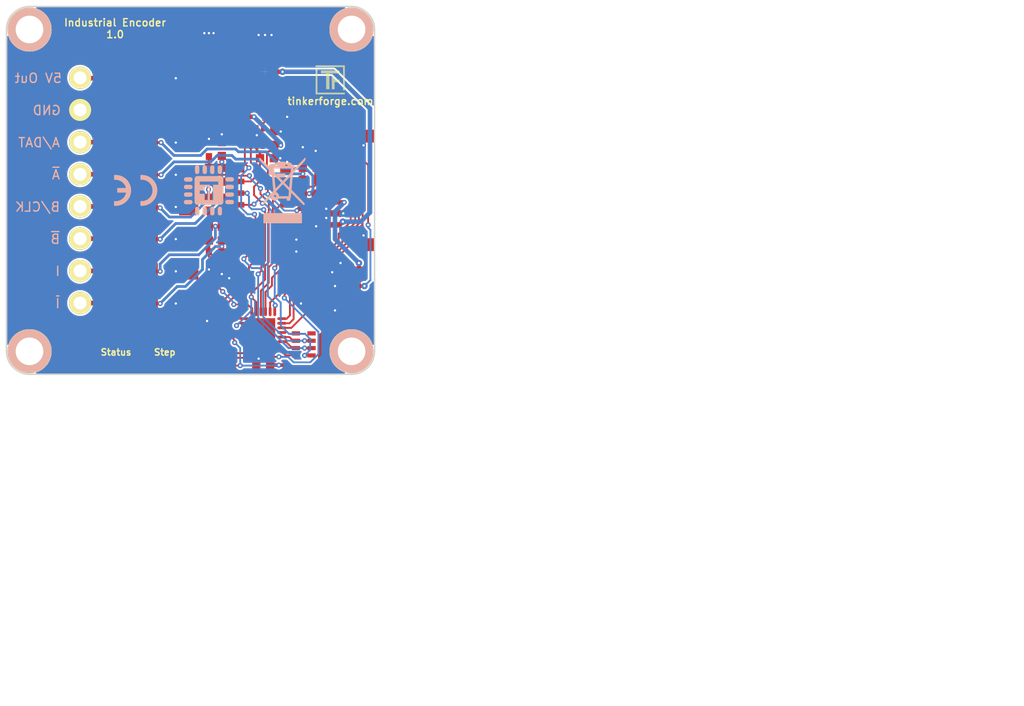
<source format=kicad_pcb>
(kicad_pcb (version 20221018) (generator pcbnew)
  (title_block (title "Industrial Encoder Bricklet") (date "2017-02-13") (rev "1.0") (company "Tinkerforge GmbH") (comment 1 "Licensed under CERN OHL v.1.1") (comment 2 "Copyright (©) 2017, B.Nordmeyer <bastian@tinkerforge.com>"))
  (layers (0 "F.Cu" signal) (31 "B.Cu" signal) (34 "B.Paste" user) (35 "F.Paste" user) (36 "B.SilkS" user "B.Silkscreen") (37 "F.SilkS" user "F.Silkscreen") (38 "B.Mask" user) (39 "F.Mask" user) (44 "Edge.Cuts" user))
  (net 0 "")
  (net 1 "GND")
  (net 2 "VCC")
  (net 3 "S-MOSI")
  (net 4 "S-CLK")
  (net 5 "S-CS")
  (net 6 "Net-(C1-Pad2)")
  (net 7 "+5VA")
  (net 8 "+5V")
  (net 9 "Net-(D1-Pad2)")
  (net 10 "Net-(D2-Pad2)")
  (net 11 "A/DAT")
  (net 12 "~{A}")
  (net 13 "B/CLK")
  (net 14 "~{B}")
  (net 15 "I")
  (net 16 "~{I}")
  (net 17 "Net-(P2-Pad2)")
  (net 18 "Net-(P3-Pad3)")
  (net 19 "Net-(P3-Pad4)")
  (net 20 "Net-(P3-Pad1)")
  (net 21 "Net-(P3-Pad5)")
  (net 22 "Net-(P3-Pad6)")
  (net 23 "Net-(P3-Pad7)")
  (net 24 "Net-(P3-Pad8)")
  (net 25 "Net-(R3-Pad1)")
  (net 26 "EN-DIFF")
  (net 27 "S-MISO")
  (net 28 "B-CLK")
  (net 29 "B-CLK-EN")
  (net 30 "A-T")
  (net 31 "B-T")
  (net 32 "I-T")
  (net 33 "B-D")
  (net 34 "I-D")
  (net 35 "A-D")
  (net 36 "Net-(RP3-Pad2)")
  (net 37 "Net-(RP3-Pad3)")
  (net 38 "Net-(RP3-Pad4)")
  (net 39 "Net-(RP2-Pad8)")
  (net 40 "Net-(D5-Pad2)")
  (net 41 "Net-(P1-Pad4)")
  (net 42 "Net-(P1-Pad5)")
  (net 43 "Net-(P1-Pad6)")
  (net 44 "Net-(RP2-Pad5)")
  (footprint "kicad-libraries:D0603E" (layer "F.Cu") (at 178.3 122.2)
    (fp_text reference "D1")
    (fp_text value "LED blue")
  )
  (footprint "kicad-libraries:D0603E" (layer "F.Cu") (at 183.6 122.2)
    (fp_text reference "D2")
    (fp_text value "LED green")
  )
  (footprint "kicad-libraries:CON-SENSOR2" (layer "F.Cu") (at 206.4 105.9 90)
    (fp_text reference "P1")
    (fp_text value "CON-SENSOR")
  )
  (footprint "kicad-libraries:SolderJumper" (layer "F.Cu") (at 201.1 118.95 180)
    (fp_text reference "P2")
    (fp_text value "Boot")
  )
  (footprint "kicad-libraries:0603X4" (layer "F.Cu") (at 198.7 122.65 90)
    (fp_text reference "RP3")
    (fp_text value "1k")
  )
  (footprint "kicad-libraries:QFN24-4x4mm-0.5mm" (layer "F.Cu") (at 194.3 121.1)
    (fp_text reference "U1")
    (fp_text value "XMC1XXX24")
  )
  (footprint "kicad-libraries:DRILL_NP" (layer "F.Cu") (at 203.9 88.4)
    (fp_text reference "U4" hide)
    (fp_text value "DRILL" hide)
  )
  (footprint "kicad-libraries:DRILL_NP" (layer "F.Cu") (at 203.9 123.4)
    (fp_text reference "U5" hide)
    (fp_text value "DRILL" hide)
  )
  (footprint "kicad-libraries:DRILL_NP" (layer "F.Cu") (at 168.9 123.4)
    (fp_text reference "U6" hide)
    (fp_text value "DRILL" hide)
  )
  (footprint "kicad-libraries:DRILL_NP" (layer "F.Cu") (at 168.9 88.4)
    (fp_text reference "U7" hide)
    (fp_text value "DRILL" hide)
  )
  (footprint "kicad-libraries:WE-LQ-1210" (layer "F.Cu") (at 191.15 91.65 90)
    (fp_text reference "L1")
    (fp_text value "6.8uH")
  )
  (footprint "kicad-libraries:Logo_31x31" (layer "F.Cu") (at 200 92.3)
    (fp_text reference "G***" hide)
    (fp_text value "Logo_31x31" hide)
  )
  (footprint "kicad-libraries:Fiducial_Mark" (layer "F.Cu") (at 173.4 89.4)
    (fp_text reference "Fiducial_Mark" hide)
    (fp_text value "VAL**" hide)
  )
  (footprint "kicad-libraries:Fiducial_Mark" (layer "F.Cu") (at 199.4 87.9)
    (fp_text reference "Fiducial_Mark" hide)
    (fp_text value "VAL**" hide)
  )
  (footprint "kicad-libraries:Fiducial_Mark" (layer "F.Cu") (at 173.4 123.9)
    (fp_text reference "Fiducial_Mark" hide)
    (fp_text value "VAL**" hide)
  )
  (footprint "kicad-libraries:0603X4" (layer "F.Cu") (at 187.9 122.5 90)
    (fp_text reference "RP2")
    (fp_text value "1k")
  )
  (footprint "kicad-libraries:C0402E" (layer "F.Cu") (at 199.3 117.3 45)
    (fp_text reference "C1")
    (fp_text value "TBD")
  )
  (footprint "kicad-libraries:C0805" (layer "F.Cu") (at 203.7 114.8)
    (fp_text reference "C2")
    (fp_text value "10uF")
  )
  (footprint "kicad-libraries:C0603F" (layer "F.Cu") (at 203.7 116.3)
    (fp_text reference "C4")
    (fp_text value "1uF")
  )
  (footprint "kicad-libraries:C0603F" (layer "F.Cu") (at 195.5 100.2 90)
    (fp_text reference "C5")
    (fp_text value "100nF")
  )
  (footprint "3528-21" (layer "F.Cu") (at 194.5 91.6 90)
    (fp_text reference "C7")
    (fp_text value "100µF")
  )
  (footprint "kicad-libraries:C0805" (layer "F.Cu") (at 188.4 90.5 -90)
    (fp_text reference "C8")
    (fp_text value "10µF")
  )
  (footprint "SOD-323" (layer "F.Cu") (at 200 102.2 -90)
    (fp_text reference "D3")
    (fp_text value "ESD3V3D3B-TP")
  )
  (footprint "SOD-323" (layer "F.Cu") (at 188.4 100.9 -90)
    (fp_text reference "D4")
    (fp_text value "ESD3V3D3B-TP")
  )
  (footprint "SOD-128" (layer "F.Cu") (at 184 90.2)
    (fp_text reference "D5")
    (fp_text value "PMEG6050")
  )
  (footprint "DO-214AC" (layer "F.Cu") (at 184 93.7)
    (fp_text reference "D6")
    (fp_text value "SMAJ5.0CA")
  )
  (footprint "DO-214AC" (layer "F.Cu") (at 184 100.7)
    (fp_text reference "D7")
    (fp_text value "SMAJ5.0CA")
  )
  (footprint "DO-214AC" (layer "F.Cu") (at 184 104.3)
    (fp_text reference "D8")
    (fp_text value "SMAJ5.0CA")
  )
  (footprint "DO-214AC" (layer "F.Cu") (at 184 107.7)
    (fp_text reference "D9")
    (fp_text value "SMAJ5.0CA")
  )
  (footprint "DO-214AC" (layer "F.Cu") (at 184 111.2)
    (fp_text reference "D10")
    (fp_text value "SMAJ5.0CA")
  )
  (footprint "SOD-323" (layer "F.Cu") (at 188.4 113.9 90)
    (fp_text reference "D11")
    (fp_text value "ESD3V3D3B-TP")
  )
  (footprint "DO-214AC" (layer "F.Cu") (at 184 114.7)
    (fp_text reference "D12")
    (fp_text value "SMAJ5.0CA")
  )
  (footprint "DO-214AC" (layer "F.Cu") (at 184 118.2)
    (fp_text reference "D13")
    (fp_text value "SMAJ5.0CA")
  )
  (footprint "kicad-libraries:OQ_8P" (layer "F.Cu") (at 174.4 105.9 -90)
    (fp_text reference "P3")
    (fp_text value "CONN_8")
  )
  (footprint "R0603F" (layer "F.Cu") (at 189.65 120.1)
    (fp_text reference "R1")
    (fp_text value "1k")
  )
  (footprint "R0603F" (layer "F.Cu") (at 194.7 102.4 180)
    (fp_text reference "R2")
    (fp_text value "1k")
  )
  (footprint "R0603F" (layer "F.Cu") (at 195.4 96.5)
    (fp_text reference "R3")
    (fp_text value "1k")
  )
  (footprint "R0603F" (layer "F.Cu") (at 195.4 97.9 180)
    (fp_text reference "R4")
    (fp_text value "1k")
  )
  (footprint "R0603F" (layer "F.Cu") (at 199.3 109.1 180)
    (fp_text reference "R5")
    (fp_text value "1k")
  )
  (footprint "R0603F" (layer "F.Cu") (at 188.4 104.2 -90)
    (fp_text reference "R7")
    (fp_text value "100")
  )
  (footprint "R0603F" (layer "F.Cu") (at 199.3 107.7 180)
    (fp_text reference "R8")
    (fp_text value "1k")
  )
  (footprint "R0603F" (layer "F.Cu") (at 198.6 105.5 -90)
    (fp_text reference "R9")
    (fp_text value "150")
  )
  (footprint "R0603F" (layer "F.Cu") (at 198.6 102.7 -90)
    (fp_text reference "R10")
    (fp_text value "1k")
  )
  (footprint "R0603F" (layer "F.Cu") (at 189.1 106.7)
    (fp_text reference "R11")
    (fp_text value "1k")
  )
  (footprint "R0603F" (layer "F.Cu") (at 189.8 104.2 -90)
    (fp_text reference "R12")
    (fp_text value "150")
  )
  (footprint "R0603F" (layer "F.Cu") (at 189.8 101.4 -90)
    (fp_text reference "R13")
    (fp_text value "1k")
  )
  (footprint "R1206" (layer "F.Cu") (at 178.1 93.7)
    (fp_text reference "R14")
    (fp_text value "10")
  )
  (footprint "R0603F" (layer "F.Cu") (at 188.4 110.6 90)
    (fp_text reference "R15")
    (fp_text value "100")
  )
  (footprint "R1206" (layer "F.Cu") (at 178.1 100.7)
    (fp_text reference "R16")
    (fp_text value "10")
  )
  (footprint "R1206" (layer "F.Cu") (at 178.1 104.2)
    (fp_text reference "R17")
    (fp_text value "10")
  )
  (footprint "R1206" (layer "F.Cu") (at 178.1 107.7)
    (fp_text reference "R18")
    (fp_text value "10")
  )
  (footprint "R1206" (layer "F.Cu") (at 178.1 111.2)
    (fp_text reference "R19")
    (fp_text value "10")
  )
  (footprint "R1206" (layer "F.Cu") (at 178.1 114.7)
    (fp_text reference "R20")
    (fp_text value "10")
  )
  (footprint "R1206" (layer "F.Cu") (at 178.1 118.2)
    (fp_text reference "R21")
    (fp_text value "10")
  )
  (footprint "R0603F" (layer "F.Cu") (at 189.1 108.1)
    (fp_text reference "R22")
    (fp_text value "1k")
  )
  (footprint "R0603F" (layer "F.Cu") (at 189.8 110.6 90)
    (fp_text reference "R23")
    (fp_text value "150")
  )
  (footprint "R0603F" (layer "F.Cu") (at 189.8 113.4 90)
    (fp_text reference "R24")
    (fp_text value "1k")
  )
  (footprint "SOIC16" (layer "F.Cu") (at 194.2 108.1 90)
    (fp_text reference "U3")
    (fp_text value "ISL32173E")
  )
  (footprint "kicad-libraries:C0603F" (layer "F.Cu") (at 191.3 114.7 -90)
    (fp_text reference "C6")
    (fp_text value "100nF")
  )
  (footprint "kicad-libraries:C0603F" (layer "F.Cu") (at 194.3 125)
    (fp_text reference "C3")
    (fp_text value "100nF")
  )
  (footprint "kicad-libraries:4X0402" (layer "F.Cu") (at 198.1 116.1 -45)
    (fp_text reference "RP1")
    (fp_text value "TBD")
  )
  (footprint "R0603F" (layer "F.Cu") (at 200 105.5 -90)
    (fp_text reference "R6")
    (fp_text value "100")
  )
  (footprint "kicad-libraries:SC70-6" (layer "F.Cu") (at 193.6 100.1 180)
    (fp_text reference "U2")
    (fp_text value "OPA358")
  )
  (footprint "kicad-libraries:CE_5mm" (layer "B.Cu") (at 180.4 105.9 180)
    (fp_text reference "VAL" hide)
    (fp_text value "CE_5mm" hide)
  )
  (footprint "kicad-libraries:WEEE_7mm" (layer "B.Cu") (at 196.4 105.9 180)
    (fp_text reference "G***" hide)
    (fp_text value "LOGO" hide)
  )
  (footprint "kicad-libraries:Logo_CoMCU" (layer "B.Cu") (at 188.4 105.9 180)
    (fp_text reference "G***" hide)
    (fp_text value "LOGO" hide)
  )
  (gr_line (start 166.4 88.4) (end 166.4 123.4) (stroke (width 0.15)) (layer "Edge.Cuts"))
  (gr_arc (start 166.4 88.4) (mid 167.132233 86.632233) (end 168.9 85.9) (stroke (width 0.15)) (layer "Edge.Cuts"))
  (gr_arc (start 206.4 123.4) (mid 205.667767 125.167767) (end 203.9 125.9) (stroke (width 0.15)) (layer "Edge.Cuts"))
  (gr_line (start 206.4 123.4) (end 206.4 88.4) (stroke (width 0.15)) (layer "Edge.Cuts"))
  (gr_arc (start 168.9 125.9) (mid 167.132233 125.167767) (end 166.4 123.4) (stroke (width 0.15)) (layer "Edge.Cuts"))
  (gr_line (start 168.9 125.9) (end 203.9 125.9) (stroke (width 0.15)) (layer "Edge.Cuts"))
  (gr_arc (start 203.9 85.9) (mid 205.667767 86.632233) (end 206.4 88.4) (stroke (width 0.15)) (layer "Edge.Cuts"))
  (gr_line (start 203.9 85.9) (end 168.9 85.9) (stroke (width 0.15)) (layer "Edge.Cuts"))
  (gr_text "5V Out" (at 172.5 93.7) (layer "B.SilkS") (effects (font (size 1 1)) (justify left mirror)))
  (gr_text "A/DAT" (at 172.3 100.7) (layer "B.SilkS") (effects (font (size 1 1)) (justify left mirror)))
  (gr_text "B/CLK" (at 172.3 107.7) (layer "B.SilkS") (effects (font (size 1 1)) (justify left mirror)))
  (gr_text "~{B}" (at 172.3 111.2) (layer "B.SilkS") (effects (font (size 1 1)) (justify left mirror)))
  (gr_text "~{I}" (at 172.3 118.2) (layer "B.SilkS") (effects (font (size 1 1)) (justify left mirror)))
  (gr_text "~{A}" (at 172.3 104.2) (layer "B.SilkS") (effects (font (size 1 1)) (justify left mirror)))
  (gr_text "I" (at 172.3 114.7) (layer "B.SilkS") (effects (font (size 1 1)) (justify left mirror)))
  (gr_text "GND" (at 172.4 97.2) (layer "B.SilkS") (effects (font (size 1 1)) (justify left mirror)))
  (gr_text "tinkerforge.com" (at 201.6 96.2) (layer "F.SilkS") (effects (font (size 0.8 0.8))))
  (gr_text "Step" (at 183.6 123.5) (layer "F.SilkS") (effects (font (size 0.7 0.7))))
  (gr_text "Status" (at 178.3 123.5) (layer "F.SilkS") (effects (font (size 0.7 0.7))))
  (gr_text "Industrial Encoder\n1.0" (at 178.2 88.3) (layer "F.SilkS") (effects (font (size 0.8 0.8))))
  (segment (start 193.542284 124.921678) (end 193.542283 125.161626) (width 0.25) (layer "F.Cu") (net 1))
  (segment (start 196.89748 102.80252) (end 196.9 102.8) (width 0.5) (layer "F.Cu") (net 1))
  (segment (start 196.15 99.45) (end 196.2 99.5) (width 0.4) (layer "F.Cu") (net 1))
  (segment (start 194.50048 90.19952) (end 195.2 89.5) (width 0.7) (layer "F.Cu") (net 1))
  (segment (start 195.2 89.5) (end 195.2 89) (width 0.7) (layer "F.Cu") (net 1))
  (segment (start 194.5 90.1) (end 193.8 89.4) (width 0.7) (layer "F.Cu") (net 1))
  (segment (start 193.8 89.4) (end 193.8 89) (width 0.7) (layer "F.Cu") (net 1))
  (segment (start 188.4 89.4) (end 188.9 88.9) (width 0.5) (layer "F.Cu") (net 1))
  (segment (start 188.9 88.9) (end 188.9 88.8) (width 0.5) (layer "F.Cu") (net 1))
  (segment (start 188.4 89.4) (end 187.9 88.9) (width 0.5) (layer "F.Cu") (net 1))
  (segment (start 187.9 88.9) (end 187.9 88.8) (width 0.5) (layer "F.Cu") (net 1))
  (segment (start 201.65 108.4) (end 201.15 107.9) (width 0.5) (layer "F.Cu") (net 1))
  (segment (start 201.65 108.4) (end 201.15 108.9) (width 0.5) (layer "F.Cu") (net 1))
  (segment (start 201.55 118.4) (end 201.6 118.45) (width 0.2) (layer "F.Cu") (net 1))
  (segment (start 201.6 118.45) (end 201.6 118.9) (width 0.2) (layer "F.Cu") (net 1))
  (segment (start 201.6 118.9) (end 201.6 118.95) (width 0.2) (layer "F.Cu") (net 1))
  (segment (start 201.45 119.5) (end 201.6 119.35) (width 0.2) (layer "F.Cu") (net 1))
  (segment (start 201.6 119.35) (end 201.6 118.95) (width 0.2) (layer "F.Cu") (net 1))
  (segment (start 197.87754 111.27246) (end 197.9 111.25) (width 0.5) (layer "F.Cu") (net 1))
  (segment (start 197.89246 112.54246) (end 197.9 112.55) (width 0.5) (layer "F.Cu") (net 1))
  (segment (start 194.05 122.15) (end 193.65 121.75) (width 0.25) (layer "F.Cu") (net 1))
  (segment (start 194.05 123.95) (end 193.8 124.2) (width 0.2) (layer "F.Cu") (net 1))
  (segment (start 193.55 124.45) (end 193.55 125) (width 0.2) (layer "F.Cu") (net 1))
  (segment (start 193.8 124.2) (end 193.55 124.45) (width 0.2) (layer "F.Cu") (net 1))
  (segment (start 202.7 114.79924) (end 202.7 113.8) (width 0.5) (layer "F.Cu") (net 1))
  (segment (start 186.19964 100.7) (end 184.8 100.7) (width 0.7) (layer "F.Cu") (net 1))
  (segment (start 186.19964 118.2) (end 184.8 118.2) (width 0.7) (layer "F.Cu") (net 1))
  (segment (start 194.942283 120.976092) (end 193.642283 120.976093) (width 0.2) (layer "F.Cu") (net 1))
  (segment (start 198.840381 117.759619) (end 198.4 118.2) (width 0.4) (layer "F.Cu") (net 1))
  (segment (start 194.05 123.125) (end 194.05 122.15) (width 0.25) (layer "F.Cu") (net 1))
  (segment (start 186.19964 104.2) (end 184.8 104.2) (width 0.7) (layer "F.Cu") (net 1))
  (segment (start 186.19964 107.7) (end 184.8 107.7) (width 0.7) (layer "F.Cu") (net 1))
  (segment (start 200 100.8792) (end 200 101.6) (width 0.5) (layer "F.Cu") (net 1))
  (segment (start 196.15 97.9) (end 196.9 97.9) (width 0.4) (layer "F.Cu") (net 1))
  (segment (start 195.5 99.45) (end 196.15 99.45) (width 0.4) (layer "F.Cu") (net 1))
  (segment (start 205.2 111.8) (end 205.2 110.8) (width 0.4) (layer "F.Cu") (net 1))
  (segment (start 201.325 119.5) (end 201.45 119.5) (width 0.2) (layer "F.Cu") (net 1))
  (segment (start 188.9 120.1) (end 188.2 120.1) (width 0.5) (layer "F.Cu") (net 1))
  (segment (start 193.642284 122.276095) (end 194.942284 122.276094) (width 0.2) (layer "F.Cu") (net 1))
  (segment (start 200.05 109.1) (end 200.05 109.8) (width 0.5) (layer "F.Cu") (net 1))
  (segment (start 191.3 115.45) (end 190.6 115.45) (width 0.5) (layer "F.Cu") (net 1))
  (segment (start 186.19964 93.7) (end 184.8 93.7) (width 0.7) (layer "F.Cu") (net 1))
  (segment (start 201.6 118.95) (end 202.1 118.95) (width 0.3) (layer "F.Cu") (net 1))
  (segment (start 188.4 89.49924) (end 188.4 88.8) (width 0.5) (layer "F.Cu") (net 1))
  (segment (start 202.69924 114.8) (end 202.7 114.79924) (width 0.5) (layer "F.Cu") (net 1))
  (segment (start 188.4 99.5792) (end 188.4 100.3) (width 0.7) (layer "F.Cu") (net 1))
  (segment (start 201.325 118.4) (end 201.55 118.4) (width 0.2) (layer "F.Cu") (net 1))
  (segment (start 193.6 99.15) (end 193.6 99.9) (width 0.25) (layer "F.Cu") (net 1))
  (segment (start 196.89748 103.65754) (end 196.89748 102.80252) (width 0.5) (layer "F.Cu") (net 1))
  (segment (start 201.8 108.4) (end 203 108.4) (width 0.7) (layer "F.Cu") (net 1))
  (segment (start 200.05 109.1) (end 200.3 109.1) (width 0.25) (layer "F.Cu") (net 1))
  (segment (start 188.4 89.49924) (end 188.4 89.4) (width 0.5) (layer "F.Cu") (net 1))
  (segment (start 201.8 108.4) (end 201.65 108.4) (width 0.5) (layer "F.Cu") (net 1))
  (segment (start 202.69924 114.8) (end 201.8 114.8) (width 0.5) (layer "F.Cu") (net 1))
  (segment (start 186.19964 111.2) (end 184.8 111.2) (width 0.7) (layer "F.Cu") (net 1))
  (segment (start 195.45 102.4) (end 196.15 102.4) (width 0.5) (layer "F.Cu") (net 1))
  (segment (start 189.8 100.65) (end 189.8 99.8) (width 0.7) (layer "F.Cu") (net 1))
  (segment (start 205.2 100) (end 205.2 101) (width 0.4) (layer "F.Cu") (net 1))
  (segment (start 194.5 90.19952) (end 194.5 89) (width 0.7) (layer "F.Cu") (net 1))
  (segment (start 189.8 114.15) (end 189.8 115) (width 0.7) (layer "F.Cu") (net 1))
  (segment (start 193.542283 125.161626) (end 193.514467 125.189445) (width 0.25) (layer "F.Cu") (net 1))
  (segment (start 196.89748 112.54246) (end 197.89246 112.54246) (width 0.5) (layer "F.Cu") (net 1))
  (segment (start 194.05 123.125) (end 194.05 123.95) (width 0.2) (layer "F.Cu") (net 1))
  (segment (start 194.5 90.19952) (end 194.5 90.1) (width 0.7) (layer "F.Cu") (net 1))
  (segment (start 202.95 116.3) (end 202.1 116.3) (width 0.5) (layer "F.Cu") (net 1))
  (segment (start 186.19964 114.7) (end 184.8 114.7) (width 0.7) (layer "F.Cu") (net 1))
  (segment (start 194.5 90.19952) (end 194.50048 90.19952) (width 0.7) (layer "F.Cu") (net 1))
  (segment (start 193.642283 120.976093) (end 193.642284 122.276095) (width 0.2) (layer "F.Cu") (net 1))
  (segment (start 196.89748 111.27246) (end 197.87754 111.27246) (width 0.5) (layer "F.Cu") (net 1))
  (segment (start 198.6 101.95) (end 198.6 101.2) (width 0.5) (layer "F.Cu") (net 1))
  (segment (start 188.4 115.2208) (end 188.4 114.5) (width 0.7) (layer "F.Cu") (net 1))
  (via (at 184.8 104.2) (size 0.7) (drill 0.25) (layers "F.Cu" "B.Cu") (net 1))
  (via (at 195.2 89) (size 0.7) (drill 0.25) (layers "F.Cu" "B.Cu") (net 1))
  (via (at 202.1 116.3) (size 0.7) (drill 0.25) (layers "F.Cu" "B.Cu") (net 1))
  (via (at 201.8 114.8) (size 0.7) (drill 0.25) (layers "F.Cu" "B.Cu") (net 1))
  (via (at 205.2 101) (size 0.55) (drill 0.25) (layers "F.Cu" "B.Cu") (net 1))
  (via (at 189.8 115) (size 0.7) (drill 0.25) (layers "F.Cu" "B.Cu") (net 1))
  (via (at 205.2 110.8) (size 0.55) (drill 0.25) (layers "F.Cu" "B.Cu") (net 1))
  (via (at 193.6 99.9) (size 0.55) (drill 0.25) (layers "F.Cu" "B.Cu") (net 1))
  (via (at 197.9 112.55) (size 0.55) (drill 0.25) (layers "F.Cu" "B.Cu") (net 1))
  (via (at 196.9 97.9) (size 0.55) (drill 0.25) (layers "F.Cu" "B.Cu") (net 1))
  (via (at 202.1 118.95) (size 0.55) (drill 0.25) (layers "F.Cu" "B.Cu") (net 1))
  (via (at 200.05 109.8) (size 0.55) (drill 0.25) (layers "F.Cu" "B.Cu") (net 1))
  (via (at 203 108.4) (size 0.7) (drill 0.25) (layers "F.Cu" "B.Cu") (net 1))
  (via (at 196.15 102.4) (size 0.55) (drill 0.25) (layers "F.Cu" "B.Cu") (net 1))
  (via (at 184.8 93.7) (size 0.7) (drill 0.25) (layers "F.Cu" "B.Cu") (net 1))
  (via (at 188.4 100.3) (size 0.7) (drill 0.25) (layers "F.Cu" "B.Cu") (net 1))
  (via (at 201.15 108.9) (size 0.55) (drill 0.25) (layers "F.Cu" "B.Cu") (net 1))
  (via (at 184.8 118.2) (size 0.7) (drill 0.25) (layers "F.Cu" "B.Cu") (net 1))
  (via (at 193.8 124.2) (size 0.55) (drill 0.25) (layers "F.Cu" "B.Cu") (net 1))
  (via (at 190.6 115.45) (size 0.55) (drill 0.25) (layers "F.Cu" "B.Cu") (net 1))
  (via (at 198.6 101.2) (size 0.7) (drill 0.25) (layers "F.Cu" "B.Cu") (net 1))
  (via (at 188.2 120.1) (size 0.55) (drill 0.25) (layers "F.Cu" "B.Cu") (net 1))
  (via (at 197.9 111.25) (size 0.55) (drill 0.25) (layers "F.Cu" "B.Cu") (net 1))
  (via (at 194.5 89) (size 0.7) (drill 0.25) (layers "F.Cu" "B.Cu") (net 1))
  (via (at 188.9 88.8) (size 0.55) (drill 0.25) (layers "F.Cu" "B.Cu") (net 1))
  (via (at 184.8 111.2) (size 0.7) (drill 0.25) (layers "F.Cu" "B.Cu") (net 1))
  (via (at 196.9 102.8) (size 0.7) (drill 0.25) (layers "F.Cu" "B.Cu") (net 1))
  (via (at 184.8 107.7) (size 0.7) (drill 0.25) (layers "F.Cu" "B.Cu") (net 1))
  (via (at 202.7 113.8) (size 0.7) (drill 0.25) (layers "F.Cu" "B.Cu") (net 1))
  (via (at 196.2 99.5) (size 0.55) (drill 0.25) (layers "F.Cu" "B.Cu") (net 1))
  (via (at 193.8 89) (size 0.7) (drill 0.25) (layers "F.Cu" "B.Cu") (net 1))
  (via (at 188.4 88.8) (size 0.55) (drill 0.25) (layers "F.Cu" "B.Cu") (net 1))
  (via (at 200 101.6) (size 0.7) (drill 0.25) (layers "F.Cu" "B.Cu") (net 1))
  (via (at 187.9 88.8) (size 0.55) (drill 0.25) (layers "F.Cu" "B.Cu") (net 1))
  (via (at 198.4 118.2) (size 0.55) (drill 0.25) (layers "F.Cu" "B.Cu") (net 1))
  (via (at 189.8 99.8) (size 0.7) (drill 0.25) (layers "F.Cu" "B.Cu") (net 1))
  (via (at 188.4 114.5) (size 0.7) (drill 0.25) (layers "F.Cu" "B.Cu") (net 1))
  (via (at 184.8 114.7) (size 0.7) (drill 0.25) (layers "F.Cu" "B.Cu") (net 1))
  (via (at 201.15 107.9) (size 0.55) (drill 0.25) (layers "F.Cu" "B.Cu") (net 1))
  (via (at 184.8 100.7) (size 0.7) (drill 0.25) (layers "F.Cu" "B.Cu") (net 1))
  (segment (start 191.3 112.74498) (end 191.50252 112.54246) (width 0.2) (layer "F.Cu") (net 2))
  (segment (start 205.7 109.65) (end 205.7 103.15) (width 0.2) (layer "F.Cu") (net 2))
  (segment (start 205.7 103.15) (end 201.75 99.2) (width 0.2) (layer "F.Cu") (net 2))
  (segment (start 201.75 99.2) (end 201.75 97.9) (width 0.2) (layer "F.Cu") (net 2))
  (segment (start 201.75 97.9) (end 200.35 96.5) (width 0.2) (layer "F.Cu") (net 2))
  (segment (start 200.35 96.5) (end 196.15 96.5) (width 0.2) (layer "F.Cu") (net 2))
  (segment (start 196.8 124.9) (end 197 125.1) (width 0.4) (layer "F.Cu") (net 2))
  (segment (start 197 125.1) (end 199.75 125.1) (width 0.4) (layer "F.Cu") (net 2))
  (segment (start 199.75 125.1) (end 200.45 124.4) (width 0.4) (layer "F.Cu") (net 2))
  (segment (start 200.45 124.4) (end 200.45 121.75) (width 0.4) (layer "F.Cu") (net 2))
  (segment (start 196 124.9) (end 195.05 124.9) (width 0.4) (layer "F.Cu") (net 2))
  (segment (start 182.7499 123.2499) (end 184.45 124.95) (width 0.2) (layer "F.Cu") (net 2))
  (segment (start 184.45 124.95) (end 191.8 124.95) (width 0.2) (layer "F.Cu") (net 2))
  (segment (start 179.2 124.95) (end 177.4499 123.1999) (width 0.2) (layer "F.Cu") (net 2))
  (segment (start 177.4499 123.1999) (end 177.4499 122.2) (width 0.2) (layer "F.Cu") (net 2))
  (segment (start 194.55 123.85) (end 195.05 124.35) (width 0.2) (layer "F.Cu") (net 2))
  (segment (start 195.05 124.35) (end 195.05 125) (width 0.2) (layer "F.Cu") (net 2))
  (segment (start 203.05 107.15) (end 203.1 107.2) (width 0.4) (layer "F.Cu") (net 2))
  (segment (start 204.45 115.75) (end 204.70076 115.49924) (width 0.4) (layer "F.Cu") (net 2))
  (segment (start 204.70076 115.49924) (end 204.70076 114.8) (width 0.4) (layer "F.Cu") (net 2))
  (segment (start 204.70076 113.80076) (end 204.7 113.8) (width 0.4) (layer "F.Cu") (net 2))
  (segment (start 204.45 117.75) (end 204.45 116.3) (width 0.4) (layer "F.Cu") (net 2))
  (segment (start 191.8 113.95) (end 192.25 114.4) (width 0.2) (layer "F.Cu") (net 2))
  (segment (start 192.25 114.4) (end 192.25 116.25) (width 0.2) (layer "F.Cu") (net 2))
  (segment (start 192.25 116.25) (end 191.35 117.15) (width 0.2) (layer "F.Cu") (net 2))
  (segment (start 191.35 117.15) (end 190.7 117.15) (width 0.2) (layer "F.Cu") (net 2))
  (segment (start 190.7 117.15) (end 189.65 118.2) (width 0.2) (layer "F.Cu") (net 2))
  (segment (start 189.65 118.2) (end 189.65 120.655022) (width 0.2) (layer "F.Cu") (net 2))
  (segment (start 189.65 120.655022) (end 191.2 122.205022) (width 0.2) (layer "F.Cu") (net 2))
  (segment (start 191.2 122.205022) (end 191.2 122.45) (width 0.2) (layer "F.Cu") (net 2))
  (segment (start 191.3 113.95) (end 191.3 112.74498) (width 0.2) (layer "F.Cu") (net 2))
  (segment (start 182.7499 122.2) (end 182.7499 123.2499) (width 0.2) (layer "F.Cu") (net 2))
  (segment (start 200.45 121.75) (end 204.45 117.75) (width 0.4) (layer "F.Cu") (net 2))
  (segment (start 196 124.9) (end 196.8 124.9) (width 0.4) (layer "F.Cu") (net 2))
  (segment (start 204.45 116.3) (end 204.45 115.75) (width 0.4) (layer "F.Cu") (net 2))
  (segment (start 194.55 123.125) (end 194.55 123.85) (width 0.2) (layer "F.Cu") (net 2))
  (segment (start 184.45 124.95) (end 179.2 124.95) (width 0.2) (layer "F.Cu") (net 2))
  (segment (start 204.45 116.3) (end 205.3 116.3) (width 0.4) (layer "F.Cu") (net 2))
  (segment (start 201.8 107.15) (end 203.05 107.15) (width 0.4) (layer "F.Cu") (net 2))
  (segment (start 204.70076 113.80076) (end 204.70076 114.8) (width 0.4) (layer "F.Cu") (net 2))
  (segment (start 191.3 113.95) (end 191.8 113.95) (width 0.2) (layer "F.Cu") (net 2))
  (via (at 191.8 124.95) (size 0.55) (drill 0.25) (layers "F.Cu" "B.Cu") (net 2))
  (via (at 203.1 107.2) (size 0.55) (drill 0.25) (layers "F.Cu" "B.Cu") (net 2))
  (via (at 191.2 122.45) (size 0.55) (drill 0.25) (layers "F.Cu" "B.Cu") (net 2))
  (via (at 205.7 109.65) (size 0.55) (drill 0.25) (layers "F.Cu" "B.Cu") (net 2))
  (via (at 204.7 113.8) (size 0.7) (drill 0.25) (layers "F.Cu" "B.Cu") (net 2))
  (via (at 196 124.9) (size 0.55) (drill 0.25) (layers "F.Cu" "B.Cu") (net 2))
  (via (at 205.3 116.3) (size 0.7) (drill 0.25) (layers "F.Cu" "B.Cu") (net 2))
  (segment (start 195.95 124.95) (end 196 124.9) (width 0.2) (layer "B.Cu") (net 2))
  (segment (start 191.8 124.95) (end 195.95 124.95) (width 0.2) (layer "B.Cu") (net 2))
  (segment (start 205.7 109.95) (end 205.95 110.2) (width 0.2) (layer "B.Cu") (net 2))
  (segment (start 205.95 115.65) (end 205.95 110.2) (width 0.2) (layer "B.Cu") (net 2))
  (segment (start 202.1 111.2) (end 202.1 108.2) (width 0.5) (layer "B.Cu") (net 2))
  (segment (start 202.1 108.2) (end 203.1 107.2) (width 0.5) (layer "B.Cu") (net 2))
  (segment (start 191.2 122.45) (end 191.8 123.05) (width 0.2) (layer "B.Cu") (net 2))
  (segment (start 191.8 123.05) (end 191.8 124.95) (width 0.2) (layer "B.Cu") (net 2))
  (segment (start 205.3 116.3) (end 205.95 115.65) (width 0.2) (layer "B.Cu") (net 2))
  (segment (start 204.7 113.8) (end 202.1 111.2) (width 0.5) (layer "B.Cu") (net 2))
  (segment (start 205.7 109.65) (end 205.7 109.95) (width 0.2) (layer "B.Cu") (net 2))
  (segment (start 196.85 119.85) (end 197.2 119.5) (width 0.2) (layer "F.Cu") (net 3))
  (segment (start 197.2 119.5) (end 197.2 117.352026) (width 0.2) (layer "F.Cu") (net 3))
  (segment (start 197.2 117.352026) (end 197.869427 116.682599) (width 0.2) (layer "F.Cu") (net 3))
  (segment (start 196.325 119.85) (end 196.85 119.85) (width 0.2) (layer "F.Cu") (net 3))
  (segment (start 195.3 124) (end 195.05 123.75) (width 0.2) (layer "F.Cu") (net 4))
  (segment (start 196.6 117.247974) (end 196.6 117.6) (width 0.2) (layer "F.Cu") (net 4))
  (segment (start 196 124) (end 195.3 124) (width 0.2) (layer "F.Cu") (net 4))
  (segment (start 195.05 123.125) (end 195.05 123.75) (width 0.2) (layer "F.Cu") (net 4))
  (segment (start 196.6 117.247974) (end 197.517401 116.330573) (width 0.2) (layer "F.Cu") (net 4))
  (via (at 196.6 117.6) (size 0.55) (drill 0.25) (layers "F.Cu" "B.Cu") (net 4))
  (via (at 196 124) (size 0.55) (drill 0.25) (layers "F.Cu" "B.Cu") (net 4))
  (segment (start 197 124) (end 197.6 124.6) (width 0.2) (layer "B.Cu") (net 4))
  (segment (start 197.6 124.6) (end 199.4 124.6) (width 0.2) (layer "B.Cu") (net 4))
  (segment (start 199.4 124.6) (end 200.3 123.7) (width 0.2) (layer "B.Cu") (net 4))
  (segment (start 200.3 123.7) (end 200.3 121.3) (width 0.2) (layer "B.Cu") (net 4))
  (segment (start 200.3 121.3) (end 196.6 117.6) (width 0.2) (layer "B.Cu") (net 4))
  (segment (start 196 124) (end 197 124) (width 0.2) (layer "B.Cu") (net 4))
  (segment (start 195.05 118.090329) (end 197.163578 115.976751) (width 0.2) (layer "F.Cu") (net 5))
  (segment (start 195.05 119.075) (end 195.05 118.090329) (width 0.2) (layer "F.Cu") (net 5))
  (segment (start 203.7 111.848528) (end 203.7 111) (width 0.2) (layer "F.Cu") (net 6))
  (segment (start 203.7 111) (end 205.1 109.6) (width 0.2) (layer "F.Cu") (net 6))
  (segment (start 205.1 109.6) (end 205.1 103.5) (width 0.2) (layer "F.Cu") (net 6))
  (segment (start 205.1 103.5) (end 203.75 102.15) (width 0.2) (layer "F.Cu") (net 6))
  (segment (start 203.75 102.15) (end 201.8 102.15) (width 0.2) (layer "F.Cu") (net 6))
  (segment (start 200.159671 115.1) (end 200.448528 115.1) (width 0.2) (layer "F.Cu") (net 6))
  (segment (start 200.448528 115.1) (end 202.101561 113.446967) (width 0.2) (layer "F.Cu") (net 6))
  (segment (start 199.653554 116.840381) (end 199.759619 116.840381) (width 0.2) (layer "F.Cu") (net 6))
  (segment (start 202.101561 113.446967) (end 203.7 111.848528) (width 0.2) (layer "F.Cu") (net 6))
  (segment (start 199.036422 116.223249) (end 199.653554 116.840381) (width 0.2) (layer "F.Cu") (net 6))
  (segment (start 199.036422 116.223249) (end 200.159671 115.1) (width 0.2) (layer "F.Cu") (net 6))
  (segment (start 190 108.1) (end 190.63246 107.46754) (width 0.3) (layer "F.Cu") (net 7))
  (segment (start 190.63246 107.46754) (end 191.50252 107.46754) (width 0.3) (layer "F.Cu") (net 7))
  (segment (start 195.4 101.05) (end 195.5 100.95) (width 0.25) (layer "F.Cu") (net 7))
  (segment (start 190.94924 90.24924) (end 191.15 90.45) (width 0.5) (layer "F.Cu") (net 7))
  (segment (start 188.99924 91.50076) (end 190.05 90.45) (width 0.5) (layer "F.Cu") (net 7))
  (segment (start 190.05 90.45) (end 191.15 90.45) (width 0.5) (layer "F.Cu") (net 7))
  (segment (start 186.2 90.2) (end 187.50076 91.50076) (width 0.5) (layer "F.Cu") (net 7))
  (segment (start 187.50076 91.50076) (end 188.4 91.50076) (width 0.5) (layer "F.Cu") (net 7))
  (segment (start 188.4 94.4) (end 191.9 97.9) (width 0.5) (layer "F.Cu") (net 7))
  (segment (start 191.9 97.9) (end 193.3 97.9) (width 0.5) (layer "F.Cu") (net 7))
  (segment (start 196.2 101) (end 196.15 100.95) (width 0.5) (layer "F.Cu") (net 7))
  (segment (start 196.15 100.95) (end 195.5 100.95) (width 0.5) (layer "F.Cu") (net 7))
  (segment (start 193.23246 107.46754) (end 193.3 107.4) (width 0.2) (layer "F.Cu") (net 7))
  (segment (start 198.2 107.7) (end 197.875 108.025) (width 0.2) (layer "F.Cu") (net 7))
  (segment (start 195.45 101) (end 195.45 101.5) (width 0.2) (layer "F.Cu") (net 7))
  (segment (start 195.45 101.5) (end 195.3 101.65) (width 0.2) (layer "F.Cu") (net 7))
  (segment (start 195.3 101.65) (end 194.85 101.65) (width 0.2) (layer "F.Cu") (net 7))
  (segment (start 194.85 101.65) (end 194.7 101.8) (width 0.2) (layer "F.Cu") (net 7))
  (segment (start 194.7 101.8) (end 194.7 103.25) (width 0.2) (layer "F.Cu") (net 7))
  (segment (start 194.8 103.35) (end 194.7 103.25) (width 0.2) (layer "F.Cu") (net 7))
  (segment (start 194.8 106.3) (end 194.8 103.35) (width 0.2) (layer "F.Cu") (net 7))
  (segment (start 188.4 91.50076) (end 188.99924 91.50076) (width 0.5) (layer "F.Cu") (net 7))
  (segment (start 188.4 91.50076) (end 188.4 94.4) (width 0.5) (layer "F.Cu") (net 7))
  (segment (start 198.55 107.7) (end 198.2 107.7) (width 0.2) (layer "F.Cu") (net 7))
  (segment (start 191.50252 107.46754) (end 193.23246 107.46754) (width 0.2) (layer "F.Cu") (net 7))
  (segment (start 194.25 101.05) (end 195.4 101.05) (width 0.25) (layer "F.Cu") (net 7))
  (segment (start 189.85 108.1) (end 190 108.1) (width 0.3) (layer "F.Cu") (net 7))
  (segment (start 186.19964 90.2) (end 186.2 90.2) (width 0.5) (layer "F.Cu") (net 7))
  (segment (start 189.85 108.1) (end 189.85 106.7) (width 0.3) (layer "F.Cu") (net 7))
  (segment (start 197.875 108.025) (end 197.95 108.1) (width 0.2) (layer "F.Cu") (net 7))
  (segment (start 198.55 107.7) (end 198.3 107.7) (width 0.2) (layer "F.Cu") (net 7))
  (segment (start 195.5 100.95) (end 195.45 101) (width 0.2) (layer "F.Cu") (net 7))
  (via (at 193.3 107.4) (size 0.55) (drill 0.25) (layers "F.Cu" "B.Cu") (net 7))
  (via (at 196.2 101) (size 0.55) (drill 0.25) (layers "F.Cu" "B.Cu") (net 7))
  (via (at 194.8 106.3) (size 0.55) (drill 0.25) (layers "F.Cu" "B.Cu") (net 7))
  (via (at 197.95 108.1) (size 0.55) (drill 0.25) (layers "F.Cu" "B.Cu") (net 7))
  (via (at 193.3 97.9) (size 0.55) (drill 0.25) (layers "F.Cu" "B.Cu") (net 7))
  (segment (start 193.3 97.9) (end 196.2 100.8) (width 0.5) (layer "B.Cu") (net 7))
  (segment (start 196.2 100.8) (end 196.2 101) (width 0.5) (layer "B.Cu") (net 7))
  (segment (start 196.6 108.1) (end 194.8 106.3) (width 0.2) (layer "B.Cu") (net 7))
  (segment (start 194.4 106.3) (end 193.3 107.4) (width 0.2) (layer "B.Cu") (net 7))
  (segment (start 197.95 108.1) (end 196.6 108.1) (width 0.2) (layer "B.Cu") (net 7))
  (segment (start 194.8 106.3) (end 194.4 106.3) (width 0.2) (layer "B.Cu") (net 7))
  (segment (start 196.4 93) (end 196.39952 93.00048) (width 0.5) (layer "F.Cu") (net 8))
  (segment (start 196.39952 93.00048) (end 194.5 93.00048) (width 0.5) (layer "F.Cu") (net 8))
  (segment (start 191.30048 93.00048) (end 191.15 92.85) (width 0.5) (layer "F.Cu") (net 8))
  (segment (start 202.6 109.65) (end 202.95 109.3) (width 0.5) (layer "F.Cu") (net 8))
  (segment (start 201.8 109.65) (end 202.6 109.65) (width 0.5) (layer "F.Cu") (net 8))
  (segment (start 201.8 109.65) (end 201.85 109.6) (width 0.5) (layer "F.Cu") (net 8))
  (segment (start 194.5 93.00048) (end 191.30048 93.00048) (width 0.5) (layer "F.Cu") (net 8))
  (via (at 196.4 93) (size 0.7) (drill 0.25) (layers "F.Cu" "B.Cu") (net 8))
  (via (at 202.95 109.3) (size 0.7) (drill 0.25) (layers "F.Cu" "B.Cu") (net 8))
  (segment (start 205.9 108.3) (end 205.9 97) (width 0.5) (layer "B.Cu") (net 8))
  (segment (start 205.9 97) (end 201.9 93) (width 0.5) (layer "B.Cu") (net 8))
  (segment (start 201.9 93) (end 196.4 93) (width 0.5) (layer "B.Cu") (net 8))
  (segment (start 202.95 109.3) (end 204.9 109.3) (width 0.5) (layer "B.Cu") (net 8))
  (segment (start 204.9 109.3) (end 205.9 108.3) (width 0.5) (layer "B.Cu") (net 8))
  (segment (start 181.74888 121.35112) (end 180.9 122.2) (width 0.2) (layer "F.Cu") (net 9))
  (segment (start 180.9 122.2) (end 179.1501 122.2) (width 0.2) (layer "F.Cu") (net 9))
  (segment (start 186.9991 121.35112) (end 181.74888 121.35112) (width 0.2) (layer "F.Cu") (net 9))
  (segment (start 185.15 122.2) (end 185.7 122.75) (width 0.2) (layer "F.Cu") (net 10))
  (segment (start 185.7 122.75) (end 185.7 123.45) (width 0.2) (layer "F.Cu") (net 10))
  (segment (start 185.7 123.45) (end 185.99888 123.74888) (width 0.2) (layer "F.Cu") (net 10))
  (segment (start 185.99888 123.74888) (end 186.9991 123.74888) (width 0.2) (layer "F.Cu") (net 10))
  (segment (start 184.4501 122.2) (end 185.15 122.2) (width 0.2) (layer "F.Cu") (net 10))
  (segment (start 198.54754 106.19754) (end 198.6 106.25) (width 0.25) (layer "F.Cu") (net 11))
  (segment (start 200.05 106.3) (end 200 106.25) (width 0.3) (layer "F.Cu") (net 11))
  (segment (start 199.3 106.25) (end 198.6 106.25) (width 0.3) (layer "F.Cu") (net 11))
  (segment (start 179.60114 100.7) (end 181.80036 100.7) (width 0.5) (layer "F.Cu") (net 11))
  (segment (start 200 106.25) (end 199.3 106.25) (width 0.3) (layer "F.Cu") (net 11))
  (segment (start 181.80036 100.7) (end 183.2 100.7) (width 0.3) (layer "F.Cu") (net 11))
  (segment (start 196.89748 106.19754) (end 198.54754 106.19754) (width 0.25) (layer "F.Cu") (net 11))
  (segment (start 200.05 107.7) (end 200.05 106.3) (width 0.3) (layer "F.Cu") (net 11))
  (via (at 199.3 106.25) (size 0.55) (drill 0.25) (layers "F.Cu" "B.Cu") (net 11))
  (via (at 183.2 100.7) (size 0.55) (drill 0.25) (layers "F.Cu" "B.Cu") (net 11))
  (segment (start 183.2 100.7) (end 184.6 102.1) (width 0.3) (layer "B.Cu") (net 11))
  (segment (start 184.6 102.1) (end 187.5 102.1) (width 0.3) (layer "B.Cu") (net 11))
  (segment (start 187.5 102.1) (end 188.2 101.4) (width 0.3) (layer "B.Cu") (net 11))
  (segment (start 188.2 101.4) (end 191.3 101.4) (width 0.3) (layer "B.Cu") (net 11))
  (segment (start 198.9 103.5) (end 199.7 104.3) (width 0.3) (layer "B.Cu") (net 11))
  (segment (start 199.7 104.3) (end 199.7 105.9) (width 0.3) (layer "B.Cu") (net 11))
  (segment (start 199.3 106.25) (end 199.3 106.2) (width 0.3) (layer "B.Cu") (net 11))
  (segment (start 199.35 106.25) (end 199.3 106.25) (width 0.3) (layer "B.Cu") (net 11))
  (segment (start 191.6 101.7) (end 194.6 101.7) (width 0.3) (layer "B.Cu") (net 11))
  (segment (start 194.6 101.7) (end 196.4 103.5) (width 0.3) (layer "B.Cu") (net 11))
  (segment (start 196.4 103.5) (end 198.9 103.5) (width 0.3) (layer "B.Cu") (net 11))
  (segment (start 199.7 105.9) (end 199.35 106.25) (width 0.3) (layer "B.Cu") (net 11))
  (segment (start 191.3 101.4) (end 191.6 101.7) (width 0.3) (layer "B.Cu") (net 11))
  (segment (start 198.42246 104.92754) (end 198.6 104.75) (width 0.25) (layer "F.Cu") (net 12))
  (segment (start 196.89748 104.92754) (end 198.42246 104.92754) (width 0.25) (layer "F.Cu") (net 12))
  (segment (start 198.6 104.1) (end 198.6 103.45) (width 0.3) (layer "F.Cu") (net 12))
  (segment (start 198.6 104.75) (end 198.6 104.1) (width 0.3) (layer "F.Cu") (net 12))
  (segment (start 181.80036 104.2) (end 183.2 104.2) (width 0.3) (layer "F.Cu") (net 12))
  (segment (start 179.60114 104.2) (end 181.80036 104.2) (width 0.5) (layer "F.Cu") (net 12))
  (via (at 198.6 104.1) (size 0.55) (drill 0.25) (layers "F.Cu" "B.Cu") (net 12))
  (via (at 183.2 104.2) (size 0.55) (drill 0.25) (layers "F.Cu" "B.Cu") (net 12))
  (segment (start 189.3 102.1) (end 190.9 102.1) (width 0.3) (layer "B.Cu") (net 12))
  (segment (start 190.9 102.1) (end 191.3 102.5) (width 0.3) (layer "B.Cu") (net 12))
  (segment (start 184.6 102.8) (end 188.6 102.8) (width 0.3) (layer "B.Cu") (net 12))
  (segment (start 188.6 102.8) (end 189.3 102.1) (width 0.3) (layer "B.Cu") (net 12))
  (segment (start 193.7 102.5) (end 195.3 104.1) (width 0.3) (layer "B.Cu") (net 12))
  (segment (start 195.3 104.1) (end 198.6 104.1) (width 0.3) (layer "B.Cu") (net 12))
  (segment (start 183.2 104.2) (end 184.6 102.8) (width 0.3) (layer "B.Cu") (net 12))
  (segment (start 191.3 102.5) (end 193.7 102.5) (width 0.3) (layer "B.Cu") (net 12))
  (segment (start 189.82246 104.92754) (end 189.8 104.95) (width 0.3) (layer "F.Cu") (net 13))
  (segment (start 188.35 105) (end 188.4 104.95) (width 0.3) (layer "F.Cu") (net 13))
  (segment (start 188.35 105.8) (end 188.35 105) (width 0.3) (layer "F.Cu") (net 13))
  (segment (start 183.1 107.8) (end 183 107.7) (width 0.3) (layer "F.Cu") (net 13))
  (segment (start 181.80036 107.7) (end 183 107.7) (width 0.3) (layer "F.Cu") (net 13))
  (segment (start 193.4 103.3) (end 192.95 102.85) (width 0.2) (layer "F.Cu") (net 13))
  (segment (start 192.95 102.85) (end 192.95 101.05) (width 0.2) (layer "F.Cu") (net 13))
  (segment (start 192.97246 104.92754) (end 193.4 104.5) (width 0.2) (layer "F.Cu") (net 13))
  (segment (start 193.4 104.5) (end 193.4 103.3) (width 0.2) (layer "F.Cu") (net 13))
  (segment (start 188.35 106.7) (end 188.35 105.8) (width 0.3) (layer "F.Cu") (net 13))
  (segment (start 189.8 104.95) (end 188.4 104.95) (width 0.3) (layer "F.Cu") (net 13))
  (segment (start 179.60114 107.7) (end 181.80036 107.7) (width 0.5) (layer "F.Cu") (net 13))
  (segment (start 191.50252 104.92754) (end 192.97246 104.92754) (width 0.2) (layer "F.Cu") (net 13))
  (segment (start 191.50252 104.92754) (end 189.82246 104.92754) (width 0.3) (layer "F.Cu") (net 13))
  (via (at 188.35 105.8) (size 0.55) (drill 0.25) (layers "F.Cu" "B.Cu") (net 13))
  (via (at 183.1 107.8) (size 0.55) (drill 0.25) (layers "F.Cu" "B.Cu") (net 13))
  (segment (start 188.35 106.85) (end 186.4 108.8) (width 0.3) (layer "B.Cu") (net 13))
  (segment (start 186.4 108.8) (end 184.1 108.8) (width 0.3) (layer "B.Cu") (net 13))
  (segment (start 184.1 108.8) (end 183.1 107.8) (width 0.3) (layer "B.Cu") (net 13))
  (segment (start 188.35 105.8) (end 188.35 106.85) (width 0.3) (layer "B.Cu") (net 13))
  (segment (start 190.65754 103.65754) (end 190.45 103.45) (width 0.3) (layer "F.Cu") (net 14))
  (segment (start 190.45 103.45) (end 189.8 103.45) (width 0.3) (layer "F.Cu") (net 14))
  (segment (start 189.8 102.8) (end 189.8 102.15) (width 0.3) (layer "F.Cu") (net 14))
  (segment (start 181.80036 111.2) (end 183.1 111.2) (width 0.3) (layer "F.Cu") (net 14))
  (segment (start 189.8 103.45) (end 189.8 102.8) (width 0.3) (layer "F.Cu") (net 14))
  (segment (start 191.50252 103.65754) (end 190.65754 103.65754) (width 0.3) (layer "F.Cu") (net 14))
  (segment (start 179.60114 111.2) (end 181.80036 111.2) (width 0.5) (layer "F.Cu") (net 14))
  (via (at 183.1 111.2) (size 0.55) (drill 0.25) (layers "F.Cu" "B.Cu") (net 14))
  (via (at 189.8 102.8) (size 0.55) (drill 0.25) (layers "F.Cu" "B.Cu") (net 14))
  (segment (start 189.8 106.6) (end 189.8 102.8) (width 0.3) (layer "B.Cu") (net 14))
  (segment (start 189.8 106.6) (end 186.9 109.5) (width 0.3) (layer "B.Cu") (net 14))
  (segment (start 186.9 109.5) (end 184.8 109.5) (width 0.3) (layer "B.Cu") (net 14))
  (segment (start 184.8 109.5) (end 183.1 111.2) (width 0.3) (layer "B.Cu") (net 14))
  (segment (start 189.95246 110.00246) (end 189.8 109.85) (width 0.3) (layer "F.Cu") (net 15))
  (segment (start 188.35 109.8) (end 188.4 109.85) (width 0.3) (layer "F.Cu") (net 15))
  (segment (start 188.35 109.1) (end 188.35 109.8) (width 0.3) (layer "F.Cu") (net 15))
  (segment (start 181.80036 114.7) (end 183.1 114.7) (width 0.3) (layer "F.Cu") (net 15))
  (segment (start 189.1 109.8) (end 189.1 109.85) (width 0.3) (layer "F.Cu") (net 15))
  (segment (start 189.1 109.85) (end 188.4 109.85) (width 0.3) (layer "F.Cu") (net 15))
  (segment (start 189.8 109.85) (end 189.1 109.85) (width 0.3) (layer "F.Cu") (net 15))
  (segment (start 188.35 108.1) (end 188.35 109.1) (width 0.3) (layer "F.Cu") (net 15))
  (segment (start 179.60114 114.7) (end 181.80036 114.7) (width 0.5) (layer "F.Cu") (net 15))
  (segment (start 191.50252 110.00246) (end 189.95246 110.00246) (width 0.3) (layer "F.Cu") (net 15))
  (via (at 189.1 109.8) (size 0.55) (drill 0.25) (layers "F.Cu" "B.Cu") (net 15))
  (via (at 183.1 114.7) (size 0.55) (drill 0.25) (layers "F.Cu" "B.Cu") (net 15))
  (segment (start 189.1 111.1) (end 189.1 109.8) (width 0.3) (layer "B.Cu") (net 15))
  (segment (start 184.1 112.9) (end 183.1 113.9) (width 0.3) (layer "B.Cu") (net 15))
  (segment (start 183.1 113.9) (end 183.1 114.7) (width 0.3) (layer "B.Cu") (net 15))
  (segment (start 187.3 112.9) (end 189.1 111.1) (width 0.3) (layer "B.Cu") (net 15))
  (segment (start 187.3 112.9) (end 184.1 112.9) (width 0.3) (layer "B.Cu") (net 15))
  (segment (start 189.87754 111.27246) (end 189.8 111.35) (width 0.3) (layer "F.Cu") (net 16))
  (segment (start 189.8 112) (end 189.8 112.65) (width 0.3) (layer "F.Cu") (net 16))
  (segment (start 179.60114 118.2) (end 181.80036 118.2) (width 0.5) (layer "F.Cu") (net 16))
  (segment (start 181.80036 118.2) (end 183.1 118.2) (width 0.3) (layer "F.Cu") (net 16))
  (segment (start 191.50252 111.27246) (end 189.87754 111.27246) (width 0.3) (layer "F.Cu") (net 16))
  (segment (start 189.8 111.35) (end 189.8 112) (width 0.3) (layer "F.Cu") (net 16))
  (via (at 183.1 118.2) (size 0.55) (drill 0.25) (layers "F.Cu" "B.Cu") (net 16))
  (via (at 189.8 112) (size 0.55) (drill 0.25) (layers "F.Cu" "B.Cu") (net 16))
  (segment (start 187.7 113.4) (end 189.1 112) (width 0.3) (layer "B.Cu") (net 16))
  (segment (start 189.1 112) (end 189.8 112) (width 0.3) (layer "B.Cu") (net 16))
  (segment (start 184.95 116.35) (end 185.85 116.35) (width 0.3) (layer "B.Cu") (net 16))
  (segment (start 185.85 116.35) (end 187.7 114.5) (width 0.3) (layer "B.Cu") (net 16))
  (segment (start 187.7 114.5) (end 187.7 113.4) (width 0.3) (layer "B.Cu") (net 16))
  (segment (start 183.1 118.2) (end 184.95 116.35) (width 0.3) (layer "B.Cu") (net 16))
  (segment (start 196.341191 120.9) (end 196.317284 120.876093) (width 0.2) (layer "F.Cu") (net 17))
  (segment (start 199.25 118.95) (end 200.55 118.95) (width 0.2) (layer "F.Cu") (net 17))
  (segment (start 200.95 118.95) (end 200.55 118.95) (width 0.2) (layer "F.Cu") (net 17))
  (segment (start 197.35 120.85) (end 199.25 118.95) (width 0.2) (layer "F.Cu") (net 17))
  (segment (start 196.325 120.85) (end 197.35 120.85) (width 0.2) (layer "F.Cu") (net 17))
  (segment (start 176.54868 100.64982) (end 176.59886 100.7) (width 0.5) (layer "F.Cu") (net 18))
  (segment (start 174.4 100.64982) (end 176.54868 100.64982) (width 0.5) (layer "F.Cu") (net 18))
  (segment (start 176.5488 104.14994) (end 176.59886 104.2) (width 0.5) (layer "F.Cu") (net 19))
  (segment (start 174.4 104.14994) (end 176.5488 104.14994) (width 0.5) (layer "F.Cu") (net 19))
  (segment (start 174.45042 93.7) (end 174.4 93.64958) (width 0.5) (layer "F.Cu") (net 20))
  (segment (start 176.59886 93.7) (end 174.45042 93.7) (width 0.5) (layer "F.Cu") (net 20))
  (segment (start 176.54892 107.65006) (end 176.59886 107.7) (width 0.5) (layer "F.Cu") (net 21))
  (segment (start 174.4 107.65006) (end 176.54892 107.65006) (width 0.5) (layer "F.Cu") (net 21))
  (segment (start 176.54904 111.15018) (end 176.59886 111.2) (width 0.5) (layer "F.Cu") (net 22))
  (segment (start 174.4 111.15018) (end 176.54904 111.15018) (width 0.5) (layer "F.Cu") (net 22))
  (segment (start 176.54916 114.6503) (end 176.59886 114.7) (width 0.5) (layer "F.Cu") (net 23))
  (segment (start 174.4 114.6503) (end 176.54916 114.6503) (width 0.5) (layer "F.Cu") (net 23))
  (segment (start 176.54928 118.15042) (end 176.59886 118.2) (width 0.5) (layer "F.Cu") (net 24))
  (segment (start 174.4 118.15042) (end 176.54928 118.15042) (width 0.5) (layer "F.Cu") (net 24))
  (segment (start 194.25 98.65) (end 194.65 98.25) (width 0.2) (layer "F.Cu") (net 25))
  (segment (start 194.65 98.25) (end 194.65 97.9) (width 0.2) (layer "F.Cu") (net 25))
  (segment (start 194.25 99.15) (end 194.25 98.65) (width 0.2) (layer "F.Cu") (net 25))
  (segment (start 194.65 97.9) (end 194.65 96.5) (width 0.2) (layer "F.Cu") (net 25))
  (segment (start 197.73246 108.73246) (end 198.1 109.1) (width 0.25) (layer "F.Cu") (net 26))
  (segment (start 198.1 109.1) (end 198.55 109.1) (width 0.25) (layer "F.Cu") (net 26))
  (segment (start 195.248782 116.251218) (end 195.248782 115.401218) (width 0.2) (layer "F.Cu") (net 26))
  (segment (start 195.248782 115.401218) (end 197.25 113.4) (width 0.2) (layer "F.Cu") (net 26))
  (segment (start 197.25 113.4) (end 198.1 113.4) (width 0.2) (layer "F.Cu") (net 26))
  (segment (start 198.1 113.4) (end 198.55 112.95) (width 0.2) (layer "F.Cu") (net 26))
  (segment (start 198.55 112.95) (end 198.55 109.1) (width 0.2) (layer "F.Cu") (net 26))
  (segment (start 194.55 116.95) (end 195.248782 116.251218) (width 0.2) (layer "F.Cu") (net 26))
  (segment (start 196.89748 108.73246) (end 197.73246 108.73246) (width 0.25) (layer "F.Cu") (net 26))
  (segment (start 194.55 119.075) (end 194.55 116.95) (width 0.2) (layer "F.Cu") (net 26))
  (segment (start 197.15 120.35) (end 197.6 119.9) (width 0.2) (layer "F.Cu") (net 27))
  (segment (start 197.6 119.9) (end 197.6 117.659671) (width 0.2) (layer "F.Cu") (net 27))
  (segment (start 197.6 117.659671) (end 198.223249 117.036422) (width 0.2) (layer "F.Cu") (net 27))
  (segment (start 196.325 120.35) (end 197.15 120.35) (width 0.2) (layer "F.Cu") (net 27))
  (segment (start 192.3 103) (end 192.75 103.45) (width 0.2) (layer "F.Cu") (net 28))
  (segment (start 190.4 120.1) (end 190.4 118.2) (width 0.2) (layer "F.Cu") (net 28))
  (segment (start 192.75 114.2) (end 193.45 113.5) (width 0.2) (layer "F.Cu") (net 28))
  (segment (start 193.45 113.5) (end 193.45 108.6) (width 0.2) (layer "F.Cu") (net 28))
  (segment (start 193.45 108.6) (end 193.35 108.5) (width 0.2) (layer "F.Cu") (net 28))
  (segment (start 192.95 99.75) (end 192.3 100.4) (width 0.2) (layer "F.Cu") (net 28))
  (segment (start 192.3 100.4) (end 192.3 103) (width 0.2) (layer "F.Cu") (net 28))
  (segment (start 191.45 119.85) (end 191.2 120.1) (width 0.2) (layer "F.Cu") (net 28))
  (segment (start 191.2 120.1) (end 190.4 120.1) (width 0.2) (layer "F.Cu") (net 28))
  (segment (start 192.75 116.4) (end 191.55 117.6) (width 0.2) (layer "F.Cu") (net 28))
  (segment (start 191.55 117.6) (end 191 117.6) (width 0.2) (layer "F.Cu") (net 28))
  (segment (start 192.95 99.15) (end 192.95 99.75) (width 0.2) (layer "F.Cu") (net 28))
  (segment (start 192.275 119.85) (end 191.45 119.85) (width 0.2) (layer "F.Cu") (net 28))
  (segment (start 190.4 118.2) (end 191 117.6) (width 0.2) (layer "F.Cu") (net 28))
  (segment (start 192.75 114.2) (end 192.75 116.4) (width 0.2) (layer "F.Cu") (net 28))
  (via (at 192.75 103.45) (size 0.55) (drill 0.25) (layers "F.Cu" "B.Cu") (net 28))
  (via (at 193.35 108.5) (size 0.55) (drill 0.25) (layers "F.Cu" "B.Cu") (net 28))
  (segment (start 192.75 103.45) (end 191.9 104.3) (width 0.2) (layer "B.Cu") (net 28))
  (segment (start 191.9 107.8) (end 192.6 108.5) (width 0.2) (layer "B.Cu") (net 28))
  (segment (start 192.6 108.5) (end 193.35 108.5) (width 0.2) (layer "B.Cu") (net 28))
  (segment (start 191.9 104.3) (end 191.9 107.8) (width 0.2) (layer "B.Cu") (net 28))
  (segment (start 193.6 101.5) (end 193.95 101.85) (width 0.25) (layer "F.Cu") (net 29))
  (segment (start 193.95 101.85) (end 193.95 102.4) (width 0.25) (layer "F.Cu") (net 29))
  (segment (start 195.542284 119.357716) (end 195.6 119.3) (width 0.2) (layer "F.Cu") (net 29))
  (segment (start 195.55 118.45) (end 195.6 118.4) (width 0.2) (layer "F.Cu") (net 29))
  (segment (start 194.2 107.3) (end 193.3 106.4) (width 0.2) (layer "F.Cu") (net 29))
  (segment (start 193.3 106.4) (end 193.3 105.5) (width 0.2) (layer "F.Cu") (net 29))
  (segment (start 193.3 105.5) (end 193.95 104.85) (width 0.2) (layer "F.Cu") (net 29))
  (segment (start 193.95 104.85) (end 193.95 102.4) (width 0.2) (layer "F.Cu") (net 29))
  (segment (start 193.6 101.05) (end 193.6 101.5) (width 0.25) (layer "F.Cu") (net 29))
  (segment (start 195.55 119.075) (end 195.55 118.45) (width 0.2) (layer "F.Cu") (net 29))
  (via (at 194.2 107.3) (size 0.55) (drill 0.25) (layers "F.Cu" "B.Cu") (net 29))
  (via (at 195.6 118.4) (size 0.55) (drill 0.25) (layers "F.Cu" "B.Cu") (net 29))
  (segment (start 195.6 118.2) (end 194.8 117.4) (width 0.2) (layer "B.Cu") (net 29))
  (segment (start 194.8 117.4) (end 194.8 109.1) (width 0.2) (layer "B.Cu") (net 29))
  (segment (start 194.8 109.1) (end 195.2 108.7) (width 0.2) (layer "B.Cu") (net 29))
  (segment (start 195.2 108.7) (end 195.2 108.1) (width 0.2) (layer "B.Cu") (net 29))
  (segment (start 195.2 108.1) (end 194.5 107.4) (width 0.2) (layer "B.Cu") (net 29))
  (segment (start 194.3 107.4) (end 194.2 107.3) (width 0.2) (layer "B.Cu") (net 29))
  (segment (start 194.5 107.4) (end 194.3 107.4) (width 0.2) (layer "B.Cu") (net 29))
  (segment (start 195.6 118.4) (end 195.6 118.2) (width 0.2) (layer "B.Cu") (net 29))
  (segment (start 197.9 105.6) (end 198 105.5) (width 0.2) (layer "F.Cu") (net 30))
  (segment (start 198 105.5) (end 199.8 105.5) (width 0.2) (layer "F.Cu") (net 30))
  (segment (start 199.8 105.5) (end 200 105.3) (width 0.2) (layer "F.Cu") (net 30))
  (segment (start 200 105.3) (end 200 104.75) (width 0.2) (layer "F.Cu") (net 30))
  (segment (start 194.89878 115.95122) (end 194.89878 114.25) (width 0.2) (layer "F.Cu") (net 30))
  (segment (start 195.35 113.79878) (end 195.35 106.2) (width 0.2) (layer "F.Cu") (net 30))
  (segment (start 195.35 106.2) (end 195.95 105.6) (width 0.2) (layer "F.Cu") (net 30))
  (segment (start 195.95 105.6) (end 197.9 105.6) (width 0.2) (layer "F.Cu") (net 30))
  (segment (start 194.05 116.8) (end 194.89878 115.95122) (width 0.2) (layer "F.Cu") (net 30))
  (segment (start 194.05 119.075) (end 194.05 116.8) (width 0.2) (layer "F.Cu") (net 30))
  (segment (start 194.89878 114.25) (end 195.35 113.79878) (width 0.2) (layer "F.Cu") (net 30))
  (segment (start 200 103.5208) (end 200 104.75) (width 0.3) (layer "F.Cu") (net 30))
  (segment (start 192.8 104.3) (end 191 104.3) (width 0.2) (layer "F.Cu") (net 31))
  (segment (start 191 104.3) (end 190.6 104.3) (width 0.2) (layer "F.Cu") (net 31))
  (segment (start 190.6 104.3) (end 190.5 104.2) (width 0.2) (layer "F.Cu") (net 31))
  (segment (start 190.5 104.2) (end 188.7 104.2) (width 0.2) (layer "F.Cu") (net 31))
  (segment (start 188.7 104.2) (end 188.4 103.9) (width 0.2) (layer "F.Cu") (net 31))
  (segment (start 188.4 103.9) (end 188.4 103.45) (width 0.2) (layer "F.Cu") (net 31))
  (segment (start 193 117.1) (end 194.5 115.6) (width 0.2) (layer "F.Cu") (net 31))
  (segment (start 194.9 113.7) (end 194.5 114.1) (width 0.2) (layer "F.Cu") (net 31))
  (segment (start 194 106.3) (end 194.9 107.2) (width 0.2) (layer "F.Cu") (net 31))
  (segment (start 194.9 107.2) (end 194.9 113.7) (width 0.2) (layer "F.Cu") (net 31))
  (segment (start 193 117.5) (end 193 117.1) (width 0.2) (layer "F.Cu") (net 31))
  (segment (start 193.55 118.05) (end 193 117.5) (width 0.2) (layer "F.Cu") (net 31))
  (segment (start 191.65 120.35) (end 191.4 120.6) (width 0.2) (layer "F.Cu") (net 31))
  (segment (start 194 105.7) (end 194 106.3) (width 0.2) (layer "F.Cu") (net 31))
  (segment (start 188.4 103.45) (end 188.4 102.2208) (width 0.25) (layer "F.Cu") (net 31))
  (segment (start 194.5 115.6) (end 194.5 114.1) (width 0.2) (layer "F.Cu") (net 31))
  (segment (start 192.275 120.35) (end 191.65 120.35) (width 0.2) (layer "F.Cu") (net 31))
  (segment (start 193.55 119.075) (end 193.55 118.05) (width 0.2) (layer "F.Cu") (net 31))
  (via (at 191.4 120.6) (size 0.55) (drill 0.25) (layers "F.Cu" "B.Cu") (net 31))
  (via (at 194 105.7) (size 0.55) (drill 0.25) (layers "F.Cu" "B.Cu") (net 31))
  (via (at 192.8 104.3) (size 0.55) (drill 0.25) (layers "F.Cu" "B.Cu") (net 31))
  (via (at 193 117.5) (size 0.55) (drill 0.25) (layers "F.Cu" "B.Cu") (net 31))
  (segment (start 192.8 104.5) (end 194 105.7) (width 0.2) (layer "B.Cu") (net 31))
  (segment (start 191.4 120.6) (end 193 119) (width 0.2) (layer "B.Cu") (net 31))
  (segment (start 193 119) (end 193 117.5) (width 0.2) (layer "B.Cu") (net 31))
  (segment (start 192.8 104.3) (end 192.8 104.5) (width 0.2) (layer "B.Cu") (net 31))
  (segment (start 188.4 113.1) (end 189.05 113.75) (width 0.2) (layer "F.Cu") (net 32))
  (segment (start 189.05 116.05) (end 189.05 113.75) (width 0.2) (layer "F.Cu") (net 32))
  (segment (start 193.05 118.75) (end 192.6 118.3) (width 0.2) (layer "F.Cu") (net 32))
  (segment (start 192.6 118.3) (end 191.1 118.3) (width 0.2) (layer "F.Cu") (net 32))
  (segment (start 189.05 116.05) (end 189.9 116.9) (width 0.2) (layer "F.Cu") (net 32))
  (segment (start 188.4 112.5792) (end 188.4 113.1) (width 0.2) (layer "F.Cu") (net 32))
  (segment (start 188.4 112.5792) (end 188.4 111.35) (width 0.3) (layer "F.Cu") (net 32))
  (segment (start 193.05 119.075) (end 193.05 118.75) (width 0.2) (layer "F.Cu") (net 32))
  (via (at 191.1 118.3) (size 0.55) (drill 0.25) (layers "F.Cu" "B.Cu") (net 32))
  (via (at 189.9 116.9) (size 0.55) (drill 0.25) (layers "F.Cu" "B.Cu") (net 32))
  (segment (start 191.1 118.1) (end 189.9 116.9) (width 0.2) (layer "B.Cu") (net 32))
  (segment (start 191.1 118.3) (end 191.1 118.1) (width 0.2) (layer "B.Cu") (net 32))
  (segment (start 192.54754 106.19754) (end 192.55 106.2) (width 0.2) (layer "F.Cu") (net 33))
  (segment (start 198.80122 123.04878) (end 198.8 123.05) (width 0.2) (layer "F.Cu") (net 33))
  (segment (start 194.1 114.65) (end 193.75 115) (width 0.2) (layer "F.Cu") (net 33))
  (segment (start 194.1 113.95) (end 194.1 114.65) (width 0.2) (layer "F.Cu") (net 33))
  (segment (start 194.35 108) (end 194.5 108.15) (width 0.2) (layer "F.Cu") (net 33))
  (segment (start 194.5 108.15) (end 194.5 113.55) (width 0.2) (layer "F.Cu") (net 33))
  (segment (start 194.1 113.95) (end 194.5 113.55) (width 0.2) (layer "F.Cu") (net 33))
  (segment (start 198.80122 123.04878) (end 199.5509 123.04878) (width 0.2) (layer "F.Cu") (net 33))
  (segment (start 191.50252 106.19754) (end 192.54754 106.19754) (width 0.2) (layer "F.Cu") (net 33))
  (via (at 194.35 108) (size 0.55) (drill 0.25) (layers "F.Cu" "B.Cu") (net 33))
  (via (at 193.75 115) (size 0.55) (drill 0.25) (layers "F.Cu" "B.Cu") (net 33))
  (via (at 198.8 123.05) (size 0.55) (drill 0.25) (layers "F.Cu" "B.Cu") (net 33))
  (via (at 192.55 106.2) (size 0.55) (drill 0.25) (layers "F.Cu" "B.Cu") (net 33))
  (segment (start 192.55 106.35) (end 192.75 106.55) (width 0.2) (layer "B.Cu") (net 33))
  (segment (start 192.75 106.55) (end 192.75 107.65) (width 0.2) (layer "B.Cu") (net 33))
  (segment (start 192.75 107.65) (end 193.05 107.95) (width 0.2) (layer "B.Cu") (net 33))
  (segment (start 197.05 123.05) (end 198.8 123.05) (width 0.2) (layer "B.Cu") (net 33))
  (segment (start 193.75 119.75) (end 197.05 123.05) (width 0.2) (layer "B.Cu") (net 33))
  (segment (start 193.75 115) (end 193.75 117.9) (width 0.2) (layer "B.Cu") (net 33))
  (segment (start 194.3 107.95) (end 194.35 108) (width 0.2) (layer "B.Cu") (net 33))
  (segment (start 193.75 119.75) (end 197.05 123.05) (width 0.2) (layer "B.Cu") (net 33))
  (segment (start 192.55 106.2) (end 192.55 106.35) (width 0.2) (layer "B.Cu") (net 33))
  (segment (start 193.75 117.9) (end 193.75 119.75) (width 0.2) (layer "B.Cu") (net 33))
  (segment (start 193.05 107.95) (end 194.3 107.95) (width 0.2) (layer "B.Cu") (net 33))
  (segment (start 192.03246 108.73246) (end 192.6 109.3) (width 0.2) (layer "F.Cu") (net 34))
  (segment (start 192.6 109.3) (end 192.6 112.95) (width 0.2) (layer "F.Cu") (net 34))
  (segment (start 192.6 112.95) (end 192.2 113.35) (width 0.2) (layer "F.Cu") (net 34))
  (segment (start 198.80122 122.25122) (end 198.8 122.25) (width 0.2) (layer "F.Cu") (net 34))
  (segment (start 191.50252 108.73246) (end 192.03246 108.73246) (width 0.2) (layer "F.Cu") (net 34))
  (segment (start 198.80122 122.25122) (end 199.5509 122.25122) (width 0.2) (layer "F.Cu") (net 34))
  (via (at 192.2 113.35) (size 0.55) (drill 0.25) (layers "F.Cu" "B.Cu") (net 34))
  (via (at 198.8 122.25) (size 0.55) (drill 0.25) (layers "F.Cu" "B.Cu") (net 34))
  (segment (start 192.2 113.5) (end 193.05 114.35) (width 0.2) (layer "B.Cu") (net 34))
  (segment (start 193.05 114.35) (end 193.9 114.35) (width 0.2) (layer "B.Cu") (net 34))
  (segment (start 193.9 114.35) (end 194.3 114.75) (width 0.2) (layer "B.Cu") (net 34))
  (segment (start 194.3 114.75) (end 194.3 119.65) (width 0.2) (layer "B.Cu") (net 34))
  (segment (start 196.9 122.25) (end 194.3 119.65) (width 0.2) (layer "B.Cu") (net 34))
  (segment (start 192.2 113.35) (end 192.2 113.5) (width 0.2) (layer "B.Cu") (net 34))
  (segment (start 198.8 122.25) (end 196.9 122.25) (width 0.2) (layer "B.Cu") (net 34))
  (segment (start 198.80112 123.84888) (end 198.8 123.85) (width 0.2) (layer "F.Cu") (net 35))
  (segment (start 195.75 107.9) (end 196.18246 107.46754) (width 0.2) (layer "F.Cu") (net 35))
  (segment (start 196.18246 107.46754) (end 196.89748 107.46754) (width 0.2) (layer "F.Cu") (net 35))
  (segment (start 195.75 114.15) (end 195.55 114.35) (width 0.2) (layer "F.Cu") (net 35))
  (segment (start 195.75 107.9) (end 195.75 114.15) (width 0.2) (layer "F.Cu") (net 35))
  (segment (start 196.89748 107.46754) (end 196.18246 107.46754) (width 0.2) (layer "F.Cu") (net 35))
  (segment (start 199.5509 123.84888) (end 198.80112 123.84888) (width 0.2) (layer "F.Cu") (net 35))
  (via (at 198.8 123.85) (size 0.55) (drill 0.25) (layers "F.Cu" "B.Cu") (net 35))
  (via (at 195.55 114.35) (size 0.55) (drill 0.25) (layers "F.Cu" "B.Cu") (net 35))
  (segment (start 199.4 123.25) (end 199.4 122.05) (width 0.2) (layer "B.Cu") (net 35))
  (segment (start 199.4 122.05) (end 198.85 121.5) (width 0.2) (layer "B.Cu") (net 35))
  (segment (start 198.85 121.5) (end 197.1 121.5) (width 0.2) (layer "B.Cu") (net 35))
  (segment (start 195.55 117.45) (end 196.2 118.1) (width 0.2) (layer "B.Cu") (net 35))
  (segment (start 196.2 118.1) (end 196.2 120.6) (width 0.2) (layer "B.Cu") (net 35))
  (segment (start 196.2 120.6) (end 197.1 121.5) (width 0.2) (layer "B.Cu") (net 35))
  (segment (start 195.55 114.35) (end 195.55 117.45) (width 0.2) (layer "B.Cu") (net 35))
  (segment (start 198.8 123.85) (end 199.4 123.25) (width 0.2) (layer "B.Cu") (net 35))
  (segment (start 197.55122 122.25122) (end 197.15 121.85) (width 0.2) (layer "F.Cu") (net 36))
  (segment (start 197.15 121.85) (end 196.325 121.85) (width 0.2) (layer "F.Cu") (net 36))
  (segment (start 197.8491 122.25122) (end 197.55122 122.25122) (width 0.2) (layer "F.Cu") (net 36))
  (segment (start 196.75 122.35) (end 197.44878 123.04878) (width 0.2) (layer "F.Cu") (net 37))
  (segment (start 197.44878 123.04878) (end 197.8491 123.04878) (width 0.2) (layer "F.Cu") (net 37))
  (segment (start 196.325 122.35) (end 196.75 122.35) (width 0.2) (layer "F.Cu") (net 37))
  (segment (start 196.025 123.125) (end 196.74888 123.84888) (width 0.2) (layer "F.Cu") (net 38))
  (segment (start 196.74888 123.84888) (end 197.8491 123.84888) (width 0.2) (layer "F.Cu") (net 38))
  (segment (start 195.55 123.125) (end 196.025 123.125) (width 0.2) (layer "F.Cu") (net 38))
  (segment (start 193.05 123.55) (end 193 123.6) (width 0.2) (layer "F.Cu") (net 39))
  (segment (start 193 123.6) (end 191.5 123.6) (width 0.2) (layer "F.Cu") (net 39))
  (segment (start 191.5 123.6) (end 190.5 122.6) (width 0.2) (layer "F.Cu") (net 39))
  (segment (start 190.5 122.6) (end 190.5 122.4) (width 0.2) (layer "F.Cu") (net 39))
  (segment (start 190.5 122.4) (end 189.40112 121.30112) (width 0.2) (layer "F.Cu") (net 39))
  (segment (start 189.40112 121.30112) (end 188.7509 121.30112) (width 0.2) (layer "F.Cu") (net 39))
  (segment (start 193.05 123.125) (end 193.05 123.55) (width 0.2) (layer "F.Cu") (net 39))
  (segment (start 181.80036 93.7) (end 179.60114 93.7) (width 0.5) (layer "F.Cu") (net 40))
  (segment (start 181.80036 90.2) (end 181.80036 93.7) (width 0.5) (layer "F.Cu") (net 40))
  (segment (start 202.5 111.351472) (end 202.5 110.6) (width 0.2) (layer "F.Cu") (net 41))
  (segment (start 202.5 110.6) (end 203.8 109.3) (width 0.2) (layer "F.Cu") (net 41))
  (segment (start 203.8 109.3) (end 203.8 106.6) (width 0.2) (layer "F.Cu") (net 41))
  (segment (start 203.8 106.6) (end 203.1 105.9) (width 0.2) (layer "F.Cu") (net 41))
  (segment (start 203.1 105.9) (end 201.8 105.9) (width 0.2) (layer "F.Cu") (net 41))
  (segment (start 199.640329 113.5) (end 200.351472 113.5) (width 0.2) (layer "F.Cu") (net 41))
  (segment (start 200.351472 113.5) (end 201.253033 112.598439) (width 0.2) (layer "F.Cu") (net 41))
  (segment (start 197.976751 115.163578) (end 199.640329 113.5) (width 0.2) (layer "F.Cu") (net 41))
  (segment (start 201.253033 112.598439) (end 202.5 111.351472) (width 0.2) (layer "F.Cu") (net 41))
  (segment (start 202.9 111.517158) (end 202.9 110.8) (width 0.2) (layer "F.Cu") (net 42))
  (segment (start 202.9 110.8) (end 204.3 109.4) (width 0.2) (layer "F.Cu") (net 42))
  (segment (start 204.3 109.4) (end 204.3 105.5) (width 0.2) (layer "F.Cu") (net 42))
  (segment (start 204.3 105.5) (end 203.45 104.65) (width 0.2) (layer "F.Cu") (net 42))
  (segment (start 203.45 104.65) (end 201.8 104.65) (width 0.2) (layer "F.Cu") (net 42))
  (segment (start 199.847974 114) (end 200.417158 114) (width 0.2) (layer "F.Cu") (net 42))
  (segment (start 200.417158 114) (end 201.535876 112.881282) (width 0.2) (layer "F.Cu") (net 42))
  (segment (start 201.535876 112.881282) (end 202.9 111.517158) (width 0.2) (layer "F.Cu") (net 42))
  (segment (start 198.330573 115.517401) (end 199.847974 114) (width 0.2) (layer "F.Cu") (net 42))
  (segment (start 203.3 111.682842) (end 203.3 110.9) (width 0.2) (layer "F.Cu") (net 43))
  (segment (start 203.3 110.9) (end 203.305022 110.9) (width 0.2) (layer "F.Cu") (net 43))
  (segment (start 203.305022 110.9) (end 204.7 109.505022) (width 0.2) (layer "F.Cu") (net 43))
  (segment (start 204.7 109.505022) (end 204.7 104.3) (width 0.2) (layer "F.Cu") (net 43))
  (segment (start 204.7 104.3) (end 203.8 103.4) (width 0.2) (layer "F.Cu") (net 43))
  (segment (start 203.8 103.4) (end 201.8 103.4) (width 0.2) (layer "F.Cu") (net 43))
  (segment (start 200.052026 114.5) (end 200.482842 114.5) (width 0.2) (layer "F.Cu") (net 43))
  (segment (start 200.482842 114.5) (end 201.818718 113.164124) (width 0.2) (layer "F.Cu") (net 43))
  (segment (start 198.682599 115.869427) (end 200.052026 114.5) (width 0.2) (layer "F.Cu") (net 43))
  (segment (start 201.818718 113.164124) (end 203.3 111.682842) (width 0.2) (layer "F.Cu") (net 43))
  (segment (start 193.55 123.65) (end 193.1 124.1) (width 0.2) (layer "F.Cu") (net 44))
  (segment (start 193.1 124.1) (end 190.6 124.1) (width 0.2) (layer "F.Cu") (net 44))
  (segment (start 190.6 124.1) (end 190.19888 123.69888) (width 0.2) (layer "F.Cu") (net 44))
  (segment (start 190.19888 123.69888) (end 188.7509 123.69888) (width 0.2) (layer "F.Cu") (net 44))
  (segment (start 193.55 123.125) (end 193.55 123.65) (width 0.2) (layer "F.Cu") (net 44))
  (zone (net 1) (net_name "GND") (layer "B.Cu") (connect_pads yes (clearance 0.2)) (min_thickness 0.15) (fill yes (thermal_gap 0.21) (thermal_bridge_width 0.21))
    (polygon (pts (xy 166.4 85.9) (xy 206.4 85.9) (xy 206.4 125.9) (xy 166.4 125.9)))
  )
)
</source>
